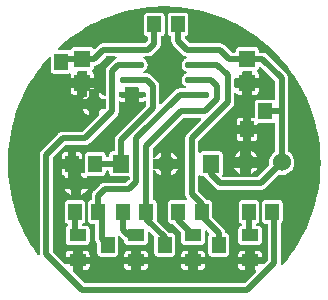
<source format=gtl>
G04 Layer: TopLayer*
G04 EasyEDA v6.5.34, 2023-08-30 20:05:19*
G04 d9d8768bc7e54bd19914c32b40fdea81,ed70181f279245e6aff80281ee7dc86a,10*
G04 Gerber Generator version 0.2*
G04 Scale: 100 percent, Rotated: No, Reflected: No *
G04 Dimensions in millimeters *
G04 leading zeros omitted , absolute positions ,4 integer and 5 decimal *
%FSLAX45Y45*%
%MOMM*%

%AMMACRO1*21,1,$1,$2,0,0,$3*%
%ADD10C,0.5000*%
%ADD11MACRO1,1.377X1.1325X90.0000*%
%ADD12O,2.0450048X0.58801*%
%ADD13MACRO1,1.35X1.41X0.0000*%
%ADD14R,1.3500X1.4100*%
%ADD15R,1.3970X1.0160*%
%ADD16R,1.4000X1.5000*%
%ADD17C,1.5240*%
%ADD18C,0.0172*%

%LPD*%
G36*
X5500878Y4881524D02*
G01*
X5497017Y4882286D01*
X5492546Y4885639D01*
X5490464Y4888687D01*
X5489600Y4892243D01*
X5490057Y4895900D01*
X5494629Y4904435D01*
X5496356Y4910175D01*
X5497017Y4916576D01*
X5497017Y5065572D01*
X5496356Y5072024D01*
X5494629Y5077764D01*
X5491835Y5082997D01*
X5488025Y5087620D01*
X5483402Y5091430D01*
X5478170Y5094224D01*
X5472430Y5095951D01*
X5465978Y5096611D01*
X5326989Y5096611D01*
X5320538Y5095951D01*
X5314848Y5094224D01*
X5309565Y5091430D01*
X5304536Y5087264D01*
X5301183Y5085435D01*
X5297424Y5084978D01*
X5293715Y5085943D01*
X5290667Y5088178D01*
X5288635Y5091379D01*
X5287924Y5095138D01*
X5287924Y5179822D01*
X5288686Y5183682D01*
X5290870Y5186984D01*
X5576316Y5472379D01*
X5579719Y5476138D01*
X5582666Y5479948D01*
X5585256Y5484063D01*
X5587492Y5488330D01*
X5589371Y5492800D01*
X5590794Y5497423D01*
X5591860Y5502148D01*
X5592470Y5506974D01*
X5592724Y5512003D01*
X5592724Y5583123D01*
X5593537Y5587136D01*
X5595924Y5590540D01*
X5599430Y5592673D01*
X5603544Y5593232D01*
X5607507Y5592165D01*
X5610707Y5589574D01*
X5613247Y5586476D01*
X5617870Y5582666D01*
X5623153Y5579872D01*
X5628843Y5578144D01*
X5635294Y5577484D01*
X5662218Y5577484D01*
X5662218Y5636920D01*
X5602884Y5636920D01*
X5598972Y5637682D01*
X5595670Y5639866D01*
X5593486Y5643168D01*
X5592724Y5647080D01*
X5592724Y5709920D01*
X5593486Y5713831D01*
X5595670Y5717133D01*
X5598972Y5719318D01*
X5602884Y5720080D01*
X5662218Y5720080D01*
X5662218Y5767324D01*
X5662980Y5771235D01*
X5665165Y5774537D01*
X5668467Y5776722D01*
X5672378Y5777484D01*
X5732221Y5777484D01*
X5736132Y5776722D01*
X5739434Y5774537D01*
X5741619Y5771235D01*
X5742381Y5767324D01*
X5742381Y5720080D01*
X5800293Y5720080D01*
X5800293Y5748477D01*
X5799683Y5754928D01*
X5797956Y5760669D01*
X5795111Y5765901D01*
X5788456Y5774131D01*
X5787491Y5778500D01*
X5788456Y5782868D01*
X5795111Y5791098D01*
X5797956Y5796330D01*
X5799683Y5802071D01*
X5800191Y5807252D01*
X5801258Y5810859D01*
X5803595Y5813856D01*
X5806897Y5815787D01*
X5810605Y5816396D01*
X5814314Y5815584D01*
X5817463Y5813399D01*
X5935929Y5694984D01*
X5938113Y5691682D01*
X5938875Y5687822D01*
X5938875Y5541060D01*
X5938062Y5536946D01*
X5935624Y5533593D01*
X5932068Y5531459D01*
X5927953Y5530900D01*
X5917285Y5534304D01*
X5910834Y5534964D01*
X5798566Y5534964D01*
X5792114Y5534304D01*
X5786424Y5532577D01*
X5781141Y5529783D01*
X5776518Y5525973D01*
X5772759Y5521350D01*
X5769914Y5516118D01*
X5768187Y5510377D01*
X5767578Y5503926D01*
X5767578Y5392724D01*
X5766816Y5388813D01*
X5764580Y5385511D01*
X5761278Y5383326D01*
X5757418Y5382564D01*
X5736945Y5382564D01*
X5736945Y5323992D01*
X5789422Y5323992D01*
X5789422Y5326075D01*
X5790234Y5329986D01*
X5792419Y5333288D01*
X5795721Y5335473D01*
X5799582Y5336235D01*
X5910834Y5336235D01*
X5917285Y5336895D01*
X5927953Y5340299D01*
X5932068Y5339740D01*
X5935624Y5337606D01*
X5938062Y5334254D01*
X5938875Y5330139D01*
X5938875Y5100167D01*
X5938367Y5096916D01*
X5936792Y5093970D01*
X5934354Y5091734D01*
X5929477Y5088432D01*
X5918962Y5079238D01*
X5909767Y5068722D01*
X5901994Y5057140D01*
X5895848Y5044643D01*
X5891326Y5031435D01*
X5888634Y5017719D01*
X5887720Y5003800D01*
X5888634Y4989880D01*
X5889802Y4984089D01*
X5889904Y4980736D01*
X5888939Y4977587D01*
X5887008Y4974894D01*
X5796584Y4884470D01*
X5793282Y4882286D01*
X5789422Y4881524D01*
G37*

%LPC*%
G36*
X5734050Y4907026D02*
G01*
X5742940Y4911394D01*
X5754522Y4919167D01*
X5765038Y4928362D01*
X5774232Y4938877D01*
X5782005Y4950460D01*
X5786374Y4959350D01*
X5734050Y4959350D01*
G37*
G36*
X5645150Y4907026D02*
G01*
X5645150Y4959350D01*
X5592826Y4959350D01*
X5597194Y4950460D01*
X5604967Y4938877D01*
X5614162Y4928362D01*
X5624677Y4919167D01*
X5636260Y4911394D01*
G37*
G36*
X5592826Y5048250D02*
G01*
X5645150Y5048250D01*
X5645150Y5100574D01*
X5636260Y5096205D01*
X5624677Y5088432D01*
X5614162Y5079238D01*
X5604967Y5068722D01*
X5597194Y5057140D01*
G37*
G36*
X5734050Y5048250D02*
G01*
X5786374Y5048250D01*
X5782005Y5057140D01*
X5774232Y5068722D01*
X5765038Y5079238D01*
X5754522Y5088432D01*
X5742940Y5096205D01*
X5734050Y5100574D01*
G37*
G36*
X5736945Y5183835D02*
G01*
X5758434Y5183835D01*
X5764885Y5184495D01*
X5770575Y5186222D01*
X5775858Y5189016D01*
X5780481Y5192826D01*
X5784240Y5197449D01*
X5787085Y5202682D01*
X5788812Y5208422D01*
X5789422Y5214823D01*
X5789422Y5242407D01*
X5736945Y5242407D01*
G37*
G36*
X5646166Y5183835D02*
G01*
X5667654Y5183835D01*
X5667654Y5242407D01*
X5615178Y5242407D01*
X5615178Y5214823D01*
X5615787Y5208422D01*
X5617514Y5202682D01*
X5620359Y5197449D01*
X5624118Y5192826D01*
X5628741Y5189016D01*
X5634024Y5186222D01*
X5639714Y5184495D01*
G37*
G36*
X5615178Y5323992D02*
G01*
X5667654Y5323992D01*
X5667654Y5382564D01*
X5646166Y5382564D01*
X5639714Y5381904D01*
X5634024Y5380177D01*
X5628741Y5377383D01*
X5624118Y5373573D01*
X5620359Y5368950D01*
X5617514Y5363718D01*
X5615787Y5357977D01*
X5615178Y5351526D01*
G37*
G36*
X5742381Y5577484D02*
G01*
X5769305Y5577484D01*
X5775756Y5578144D01*
X5781446Y5579872D01*
X5786729Y5582666D01*
X5791352Y5586476D01*
X5795111Y5591098D01*
X5797956Y5596331D01*
X5799683Y5602071D01*
X5800293Y5608472D01*
X5800293Y5636920D01*
X5742381Y5636920D01*
G37*

%LPD*%
G36*
X3933850Y4220718D02*
G01*
X3929837Y4221988D01*
X3926687Y4224782D01*
X3922674Y4230217D01*
X3893616Y4272534D01*
X3866235Y4316018D01*
X3840581Y4360468D01*
X3816654Y4405934D01*
X3794506Y4452264D01*
X3774186Y4499406D01*
X3755694Y4547311D01*
X3739083Y4595876D01*
X3724351Y4645101D01*
X3711549Y4694834D01*
X3700678Y4745024D01*
X3691788Y4795570D01*
X3684828Y4846472D01*
X3679850Y4897577D01*
X3676904Y4948834D01*
X3675887Y5000193D01*
X3676904Y5051552D01*
X3679901Y5102809D01*
X3684879Y5153914D01*
X3691839Y5204764D01*
X3700729Y5255361D01*
X3711651Y5305552D01*
X3724452Y5355285D01*
X3739184Y5404459D01*
X3755796Y5453024D01*
X3774338Y5500928D01*
X3794658Y5548071D01*
X3816807Y5594400D01*
X3840784Y5639866D01*
X3866438Y5684316D01*
X3893820Y5727750D01*
X3922877Y5770118D01*
X3953560Y5811266D01*
X3985818Y5851245D01*
X4019550Y5889955D01*
X4022801Y5893358D01*
X4026103Y5895695D01*
X4030014Y5896559D01*
X4033977Y5895848D01*
X4037329Y5893663D01*
X4039565Y5890361D01*
X4040378Y5886399D01*
X4040378Y5786323D01*
X4040987Y5779922D01*
X4042714Y5774182D01*
X4045559Y5768949D01*
X4049318Y5764326D01*
X4053941Y5760516D01*
X4059224Y5757722D01*
X4064914Y5755995D01*
X4071365Y5755335D01*
X4183634Y5755335D01*
X4190085Y5755995D01*
X4194200Y5757214D01*
X4197908Y5757621D01*
X4201566Y5756656D01*
X4204614Y5754420D01*
X4206595Y5751220D01*
X4207306Y5747512D01*
X4207306Y5720080D01*
X4265218Y5720080D01*
X4265218Y5767324D01*
X4265980Y5771235D01*
X4268165Y5774537D01*
X4271467Y5776722D01*
X4275378Y5777484D01*
X4335221Y5777484D01*
X4339132Y5776722D01*
X4342434Y5774537D01*
X4344619Y5771235D01*
X4345381Y5767324D01*
X4345381Y5720080D01*
X4403293Y5720080D01*
X4403293Y5748477D01*
X4402683Y5754928D01*
X4400956Y5760669D01*
X4398111Y5765901D01*
X4391456Y5774131D01*
X4390491Y5778500D01*
X4391456Y5782868D01*
X4398111Y5791098D01*
X4400956Y5796330D01*
X4402683Y5802071D01*
X4403293Y5808522D01*
X4403293Y5813501D01*
X4404004Y5817158D01*
X4405934Y5820359D01*
X4408881Y5822594D01*
X4412488Y5823610D01*
X4415078Y5823864D01*
X4419650Y5824880D01*
X4424273Y5826353D01*
X4428744Y5828182D01*
X4433062Y5830417D01*
X4437126Y5833059D01*
X4440986Y5836005D01*
X4444695Y5839409D01*
X4503115Y5897829D01*
X4506417Y5900013D01*
X4510278Y5900775D01*
X4586732Y5900775D01*
X4590643Y5900013D01*
X4593894Y5897829D01*
X4596130Y5894527D01*
X4596892Y5890615D01*
X4596130Y5886754D01*
X4593894Y5883452D01*
X4590643Y5881268D01*
X4586630Y5879592D01*
X4582363Y5877356D01*
X4578248Y5874766D01*
X4574438Y5871819D01*
X4570679Y5868416D01*
X4520184Y5817920D01*
X4516780Y5814161D01*
X4513834Y5810351D01*
X4511243Y5806236D01*
X4509008Y5801969D01*
X4507128Y5797499D01*
X4505706Y5792876D01*
X4504639Y5788152D01*
X4504029Y5783326D01*
X4503775Y5778296D01*
X4503775Y5577078D01*
X4502962Y5573064D01*
X4500676Y5569712D01*
X4497222Y5567578D01*
X4493209Y5566918D01*
X4489246Y5567934D01*
X4485995Y5570372D01*
X4482338Y5574538D01*
X4471822Y5583732D01*
X4460240Y5591505D01*
X4451350Y5595874D01*
X4451350Y5543550D01*
X4493615Y5543550D01*
X4497527Y5542788D01*
X4500829Y5540552D01*
X4503013Y5537301D01*
X4503775Y5533390D01*
X4503775Y5464810D01*
X4503013Y5460898D01*
X4500829Y5457647D01*
X4497527Y5455412D01*
X4493615Y5454650D01*
X4451350Y5454650D01*
X4451350Y5410352D01*
X4450588Y5406491D01*
X4448352Y5403189D01*
X4310684Y5265470D01*
X4307382Y5263286D01*
X4303522Y5262524D01*
X4140403Y5262524D01*
X4135374Y5262270D01*
X4130548Y5261660D01*
X4125823Y5260594D01*
X4121200Y5259171D01*
X4116730Y5257292D01*
X4112463Y5255056D01*
X4108348Y5252466D01*
X4104538Y5249519D01*
X4100779Y5246116D01*
X3961384Y5106720D01*
X3957980Y5102961D01*
X3955034Y5099151D01*
X3952443Y5095036D01*
X3950208Y5090769D01*
X3948328Y5086299D01*
X3946906Y5081676D01*
X3945839Y5076952D01*
X3945229Y5072126D01*
X3944975Y5067096D01*
X3944975Y4230827D01*
X3944112Y4226712D01*
X3941673Y4223308D01*
X3938015Y4221226D01*
G37*

%LPC*%
G36*
X4362450Y5402326D02*
G01*
X4362450Y5454650D01*
X4310126Y5454650D01*
X4314494Y5445760D01*
X4322267Y5434177D01*
X4331462Y5423662D01*
X4341977Y5414467D01*
X4353560Y5406694D01*
G37*
G36*
X4310126Y5543550D02*
G01*
X4362450Y5543550D01*
X4362450Y5610606D01*
X4363313Y5614720D01*
X4365752Y5618124D01*
X4369358Y5620258D01*
X4374692Y5621934D01*
X4389678Y5624931D01*
X4403293Y5625896D01*
X4403293Y5636920D01*
X4345381Y5636920D01*
X4345381Y5567324D01*
X4344619Y5563463D01*
X4342434Y5560161D01*
X4339132Y5557926D01*
X4335221Y5557164D01*
X4317644Y5557164D01*
X4314494Y5552440D01*
G37*
G36*
X4238294Y5577484D02*
G01*
X4265218Y5577484D01*
X4265218Y5636920D01*
X4207306Y5636920D01*
X4207306Y5608472D01*
X4207916Y5602071D01*
X4209643Y5596331D01*
X4212488Y5591098D01*
X4216247Y5586476D01*
X4220870Y5582666D01*
X4226153Y5579872D01*
X4231843Y5578144D01*
G37*

%LPD*%
G36*
X4332478Y3979824D02*
G01*
X4328617Y3980586D01*
X4325315Y3982770D01*
X4228947Y4079189D01*
X4226712Y4082491D01*
X4225950Y4086351D01*
X4225950Y4141419D01*
X4170883Y4141419D01*
X4166971Y4142232D01*
X4163669Y4144416D01*
X4058970Y4249115D01*
X4056786Y4252417D01*
X4056024Y4256278D01*
X4056024Y5040122D01*
X4056786Y5043982D01*
X4058970Y5047284D01*
X4160215Y5148529D01*
X4163517Y5150713D01*
X4167378Y5151475D01*
X4330496Y5151475D01*
X4335526Y5151729D01*
X4340352Y5152339D01*
X4345076Y5153406D01*
X4349699Y5154828D01*
X4354169Y5156708D01*
X4358436Y5158943D01*
X4362551Y5161534D01*
X4366361Y5164480D01*
X4370120Y5167884D01*
X4598416Y5396179D01*
X4601819Y5399938D01*
X4604766Y5403748D01*
X4607356Y5407863D01*
X4609592Y5412130D01*
X4611471Y5416600D01*
X4612894Y5421223D01*
X4613960Y5425948D01*
X4614570Y5430774D01*
X4614824Y5435803D01*
X4614824Y5511647D01*
X4615586Y5515559D01*
X4617821Y5518912D01*
X4621174Y5521096D01*
X4625136Y5521807D01*
X4629048Y5520944D01*
X4634280Y5518658D01*
X4643831Y5516219D01*
X4654143Y5515406D01*
X4669078Y5515406D01*
X4669078Y5554268D01*
X4624984Y5554268D01*
X4621072Y5555030D01*
X4617770Y5557215D01*
X4615586Y5560517D01*
X4614824Y5564428D01*
X4614824Y5586171D01*
X4615586Y5590082D01*
X4617770Y5593384D01*
X4621072Y5595569D01*
X4624984Y5596331D01*
X4669078Y5596331D01*
X4669078Y5632246D01*
X4669840Y5636107D01*
X4672025Y5639409D01*
X4675327Y5641594D01*
X4679238Y5642406D01*
X4773879Y5642406D01*
X4777740Y5641594D01*
X4781042Y5639409D01*
X4783226Y5636107D01*
X4784039Y5632246D01*
X4784039Y5596331D01*
X4836515Y5596331D01*
X4840427Y5595569D01*
X4843729Y5593384D01*
X4845913Y5590082D01*
X4846675Y5586171D01*
X4846675Y5564428D01*
X4845913Y5560517D01*
X4843729Y5557215D01*
X4840427Y5555030D01*
X4836515Y5554268D01*
X4784039Y5554268D01*
X4784039Y5515406D01*
X4798974Y5515406D01*
X4809236Y5516219D01*
X4818837Y5518658D01*
X4827879Y5522620D01*
X4830978Y5524652D01*
X4835042Y5526176D01*
X4839360Y5525922D01*
X4843170Y5523839D01*
X4845761Y5520385D01*
X4846675Y5516168D01*
X4846675Y5488178D01*
X4845913Y5484317D01*
X4843729Y5481015D01*
X4597400Y5234736D01*
X4593996Y5230977D01*
X4591050Y5227167D01*
X4588459Y5223052D01*
X4586224Y5218785D01*
X4584344Y5214315D01*
X4582922Y5209692D01*
X4581855Y5204968D01*
X4581245Y5200142D01*
X4580991Y5195112D01*
X4580991Y5106771D01*
X4580229Y5102860D01*
X4578045Y5099558D01*
X4574743Y5097373D01*
X4570831Y5096611D01*
X4567021Y5096611D01*
X4560570Y5095951D01*
X4554829Y5094224D01*
X4549597Y5091430D01*
X4544974Y5087620D01*
X4541164Y5082997D01*
X4538370Y5077764D01*
X4536643Y5072024D01*
X4535982Y5065572D01*
X4535982Y5056784D01*
X4535220Y5052872D01*
X4533036Y5049570D01*
X4529734Y5047386D01*
X4525822Y5046624D01*
X4515307Y5046624D01*
X4511395Y5047386D01*
X4508093Y5049570D01*
X4505909Y5052872D01*
X4505147Y5056784D01*
X4505147Y5059426D01*
X4504486Y5065877D01*
X4502759Y5071618D01*
X4499965Y5076850D01*
X4496155Y5081473D01*
X4491532Y5085283D01*
X4486300Y5088077D01*
X4480560Y5089804D01*
X4474108Y5090464D01*
X4361891Y5090464D01*
X4355439Y5089804D01*
X4349699Y5088077D01*
X4344466Y5085283D01*
X4339844Y5081473D01*
X4336034Y5076850D01*
X4333240Y5071618D01*
X4331512Y5065877D01*
X4330852Y5059426D01*
X4330852Y4922266D01*
X4329938Y4918049D01*
X4327398Y4914595D01*
X4323638Y4912512D01*
X4319371Y4912156D01*
X4315307Y4913630D01*
X4309922Y4917033D01*
X4307332Y4919268D01*
X4305706Y4922266D01*
X4305147Y4925618D01*
X4305147Y4950307D01*
X4279341Y4950307D01*
X4288028Y4948529D01*
X4292041Y4947158D01*
X4295648Y4945024D01*
X4298086Y4941620D01*
X4298950Y4937506D01*
X4298950Y4870450D01*
X4351274Y4870450D01*
X4347768Y4877511D01*
X4346752Y4881676D01*
X4347514Y4885893D01*
X4349953Y4889449D01*
X4353610Y4891633D01*
X4357878Y4892141D01*
X4361891Y4891735D01*
X4474108Y4891735D01*
X4480560Y4892395D01*
X4486300Y4894122D01*
X4491532Y4896916D01*
X4496155Y4900726D01*
X4499965Y4905349D01*
X4502759Y4910582D01*
X4504486Y4916322D01*
X4505147Y4922723D01*
X4505147Y4925415D01*
X4505909Y4929327D01*
X4508093Y4932629D01*
X4511395Y4934813D01*
X4515307Y4935575D01*
X4525822Y4935575D01*
X4529734Y4934813D01*
X4533036Y4932629D01*
X4535220Y4929327D01*
X4535982Y4925415D01*
X4535982Y4916576D01*
X4536643Y4910175D01*
X4538370Y4904435D01*
X4541164Y4899152D01*
X4544974Y4894580D01*
X4549597Y4890770D01*
X4554829Y4887976D01*
X4560570Y4886198D01*
X4567021Y4885588D01*
X4696815Y4885588D01*
X4700727Y4884826D01*
X4704029Y4882591D01*
X4706213Y4879340D01*
X4706975Y4875428D01*
X4706975Y4865878D01*
X4706213Y4862017D01*
X4704029Y4858715D01*
X4678984Y4833670D01*
X4675682Y4831486D01*
X4671822Y4830724D01*
X4496003Y4830724D01*
X4490974Y4830470D01*
X4486148Y4829860D01*
X4481423Y4828794D01*
X4476800Y4827371D01*
X4472330Y4825492D01*
X4468063Y4823256D01*
X4463948Y4820666D01*
X4460138Y4817719D01*
X4456379Y4814316D01*
X4404360Y4762296D01*
X4400956Y4758537D01*
X4398010Y4754727D01*
X4395419Y4750612D01*
X4393184Y4746345D01*
X4391304Y4741875D01*
X4389882Y4737252D01*
X4388815Y4732528D01*
X4388205Y4727702D01*
X4387951Y4722672D01*
X4387951Y4693107D01*
X4387088Y4688941D01*
X4384497Y4685487D01*
X4380738Y4683404D01*
X4375099Y4681677D01*
X4369866Y4678883D01*
X4365244Y4675073D01*
X4361434Y4670450D01*
X4358640Y4665218D01*
X4356912Y4659477D01*
X4356252Y4653026D01*
X4356252Y4516323D01*
X4356912Y4509922D01*
X4358640Y4504182D01*
X4361434Y4498949D01*
X4365244Y4494326D01*
X4369866Y4490516D01*
X4375099Y4487722D01*
X4380839Y4485995D01*
X4387291Y4485335D01*
X4404715Y4485335D01*
X4408627Y4484573D01*
X4411929Y4482388D01*
X4414113Y4479086D01*
X4414875Y4475175D01*
X4414875Y4356303D01*
X4415129Y4351274D01*
X4415739Y4346448D01*
X4416806Y4341723D01*
X4418228Y4337100D01*
X4420108Y4332630D01*
X4422343Y4328363D01*
X4424934Y4324248D01*
X4427880Y4320438D01*
X4431385Y4316577D01*
X4433366Y4313428D01*
X4434078Y4309719D01*
X4434078Y4236923D01*
X4434687Y4230522D01*
X4436414Y4224782D01*
X4439259Y4219549D01*
X4443018Y4214926D01*
X4447641Y4211116D01*
X4452924Y4208322D01*
X4458614Y4206595D01*
X4465066Y4205935D01*
X4577334Y4205935D01*
X4583785Y4206595D01*
X4589475Y4208322D01*
X4594758Y4211116D01*
X4599381Y4214926D01*
X4603140Y4219549D01*
X4605985Y4224782D01*
X4607712Y4230522D01*
X4608322Y4236923D01*
X4608322Y4369155D01*
X4609134Y4373016D01*
X4611319Y4376318D01*
X4614621Y4378502D01*
X4618482Y4379315D01*
X4622393Y4378502D01*
X4625695Y4376318D01*
X4654499Y4347464D01*
X4658817Y4343603D01*
X4661103Y4340606D01*
X4662119Y4336999D01*
X4662830Y4329785D01*
X4664557Y4324096D01*
X4667351Y4318812D01*
X4671161Y4314240D01*
X4675733Y4310430D01*
X4681016Y4307636D01*
X4686757Y4305858D01*
X4693158Y4305249D01*
X4831892Y4305249D01*
X4838293Y4305858D01*
X4844034Y4307636D01*
X4849317Y4310430D01*
X4853889Y4314240D01*
X4857699Y4318812D01*
X4860493Y4324096D01*
X4862271Y4329836D01*
X4862880Y4336237D01*
X4862880Y4406696D01*
X4863642Y4410557D01*
X4865878Y4413859D01*
X4869180Y4416094D01*
X4873040Y4416856D01*
X4876952Y4416094D01*
X4880203Y4413859D01*
X4913680Y4380382D01*
X4915916Y4377131D01*
X4916678Y4373219D01*
X4916678Y4236923D01*
X4917287Y4230522D01*
X4919014Y4224782D01*
X4921859Y4219549D01*
X4925618Y4214926D01*
X4930241Y4211116D01*
X4935524Y4208322D01*
X4941214Y4206595D01*
X4947666Y4205935D01*
X5059934Y4205935D01*
X5066385Y4206595D01*
X5072075Y4208322D01*
X5077358Y4211116D01*
X5081981Y4214926D01*
X5085740Y4219549D01*
X5088585Y4224782D01*
X5090312Y4230522D01*
X5090922Y4236923D01*
X5090922Y4373626D01*
X5090312Y4380077D01*
X5088585Y4385818D01*
X5085740Y4391050D01*
X5081981Y4395673D01*
X5077358Y4399483D01*
X5072075Y4402277D01*
X5066385Y4404004D01*
X5059934Y4404664D01*
X5050586Y4404664D01*
X5046268Y4405630D01*
X5042712Y4408373D01*
X4939893Y4511192D01*
X4937709Y4514494D01*
X4936947Y4518355D01*
X4936947Y4653026D01*
X4936286Y4659477D01*
X4934559Y4665218D01*
X4931765Y4670450D01*
X4927955Y4675073D01*
X4923332Y4678883D01*
X4918100Y4681677D01*
X4912614Y4683353D01*
X4908854Y4685436D01*
X4906314Y4688890D01*
X4905400Y4693056D01*
X4905400Y4932273D01*
X4906314Y4936490D01*
X4908854Y4939944D01*
X4912614Y4942027D01*
X4916881Y4942382D01*
X4920894Y4940909D01*
X4923993Y4937912D01*
X4931867Y4926177D01*
X4941062Y4915662D01*
X4951577Y4906467D01*
X4963160Y4898694D01*
X4972050Y4894326D01*
X4972050Y4946650D01*
X4915560Y4946650D01*
X4911648Y4947412D01*
X4908346Y4949647D01*
X4906162Y4952898D01*
X4905400Y4956810D01*
X4905400Y5025390D01*
X4906162Y5029301D01*
X4908346Y5032552D01*
X4911648Y5034788D01*
X4915560Y5035550D01*
X4972050Y5035550D01*
X4972050Y5087874D01*
X4963160Y5083505D01*
X4951577Y5075732D01*
X4941062Y5066538D01*
X4931867Y5056022D01*
X4923993Y5044287D01*
X4920894Y5041290D01*
X4916881Y5039817D01*
X4912614Y5040172D01*
X4908854Y5042255D01*
X4906314Y5045710D01*
X4905400Y5049926D01*
X4905400Y5116220D01*
X4906162Y5120081D01*
X4908397Y5123383D01*
X5163413Y5377129D01*
X5166715Y5379313D01*
X5170576Y5380075D01*
X5302453Y5380075D01*
X5306364Y5379313D01*
X5309666Y5377129D01*
X5311851Y5373827D01*
X5312613Y5369915D01*
X5311851Y5366054D01*
X5309666Y5362752D01*
X5193284Y5246420D01*
X5189880Y5242661D01*
X5186934Y5238851D01*
X5184343Y5234736D01*
X5182108Y5230469D01*
X5180228Y5225999D01*
X5178806Y5221376D01*
X5177739Y5216652D01*
X5177129Y5211826D01*
X5176875Y5206796D01*
X5176875Y4737303D01*
X5177129Y4732274D01*
X5177739Y4727448D01*
X5178806Y4722723D01*
X5180228Y4718100D01*
X5182108Y4713630D01*
X5184343Y4709363D01*
X5186883Y4705350D01*
X5191252Y4699863D01*
X5193080Y4696358D01*
X5193436Y4692446D01*
X5192268Y4688687D01*
X5189778Y4685639D01*
X5186273Y4683810D01*
X5182362Y4683404D01*
X5175808Y4684064D01*
X5063591Y4684064D01*
X5057140Y4683404D01*
X5051399Y4681677D01*
X5046167Y4678883D01*
X5041544Y4675073D01*
X5037734Y4670450D01*
X5034940Y4665218D01*
X5033213Y4659477D01*
X5032552Y4653026D01*
X5032552Y4516323D01*
X5033213Y4509922D01*
X5034940Y4504182D01*
X5037734Y4498949D01*
X5041544Y4494326D01*
X5046167Y4490516D01*
X5051399Y4487722D01*
X5057140Y4485995D01*
X5065420Y4485335D01*
X5068519Y4484827D01*
X5071364Y4483404D01*
X5073599Y4481220D01*
X5077256Y4476242D01*
X5080609Y4472584D01*
X5141772Y4411370D01*
X5144008Y4408068D01*
X5144770Y4404207D01*
X5144770Y4336237D01*
X5145379Y4329836D01*
X5147157Y4324096D01*
X5149951Y4318812D01*
X5153761Y4314240D01*
X5158333Y4310430D01*
X5163616Y4307636D01*
X5169357Y4305858D01*
X5175758Y4305249D01*
X5314492Y4305249D01*
X5320893Y4305858D01*
X5326634Y4307636D01*
X5331917Y4310430D01*
X5336489Y4314240D01*
X5340299Y4318812D01*
X5343093Y4324096D01*
X5344871Y4329836D01*
X5345480Y4336237D01*
X5345480Y4419396D01*
X5346242Y4423257D01*
X5348478Y4426559D01*
X5351780Y4428794D01*
X5355640Y4429556D01*
X5359552Y4428794D01*
X5362803Y4426559D01*
X5381244Y4408170D01*
X5383326Y4405122D01*
X5384190Y4401464D01*
X5383682Y4397806D01*
X5381904Y4394555D01*
X5379059Y4391050D01*
X5376214Y4385818D01*
X5374487Y4380077D01*
X5373878Y4373626D01*
X5373878Y4236923D01*
X5374487Y4230522D01*
X5376214Y4224782D01*
X5379059Y4219549D01*
X5382818Y4214926D01*
X5387441Y4211116D01*
X5392724Y4208322D01*
X5398414Y4206595D01*
X5404866Y4205935D01*
X5517134Y4205935D01*
X5523585Y4206595D01*
X5529275Y4208322D01*
X5534558Y4211116D01*
X5539181Y4214926D01*
X5542940Y4219549D01*
X5545785Y4224782D01*
X5547512Y4230522D01*
X5548122Y4236923D01*
X5548122Y4373626D01*
X5547512Y4380077D01*
X5545785Y4385818D01*
X5542940Y4391050D01*
X5539181Y4395673D01*
X5534558Y4399483D01*
X5529275Y4402277D01*
X5523230Y4404106D01*
X5519826Y4405934D01*
X5517286Y4408932D01*
X5516118Y4412640D01*
X5515660Y4416602D01*
X5514594Y4421276D01*
X5513171Y4425899D01*
X5511292Y4430369D01*
X5509056Y4434636D01*
X5506466Y4438751D01*
X5503519Y4442561D01*
X5500116Y4446320D01*
X5409793Y4536592D01*
X5407609Y4539894D01*
X5406847Y4543755D01*
X5406847Y4653026D01*
X5406186Y4659477D01*
X5404459Y4665218D01*
X5401665Y4670450D01*
X5397855Y4675073D01*
X5393232Y4678883D01*
X5388000Y4681677D01*
X5382260Y4683404D01*
X5375808Y4684064D01*
X5367832Y4684064D01*
X5363565Y4685030D01*
X5360060Y4687671D01*
X5358688Y4689297D01*
X5290870Y4757115D01*
X5288686Y4760417D01*
X5287924Y4764278D01*
X5287924Y4887061D01*
X5288635Y4890820D01*
X5290667Y4894021D01*
X5293715Y4896256D01*
X5297424Y4897221D01*
X5301183Y4896764D01*
X5304536Y4894935D01*
X5309565Y4890770D01*
X5314848Y4887976D01*
X5320538Y4886198D01*
X5326989Y4885588D01*
X5336997Y4885588D01*
X5340604Y4884928D01*
X5343753Y4882997D01*
X5345988Y4880102D01*
X5348427Y4875479D01*
X5351018Y4871364D01*
X5353964Y4867554D01*
X5357368Y4863795D01*
X5434279Y4786884D01*
X5438038Y4783480D01*
X5441848Y4780534D01*
X5445963Y4777943D01*
X5450230Y4775708D01*
X5454700Y4773828D01*
X5459323Y4772406D01*
X5464048Y4771339D01*
X5468874Y4770729D01*
X5473903Y4770475D01*
X5816396Y4770475D01*
X5821426Y4770729D01*
X5826252Y4771339D01*
X5830976Y4772406D01*
X5835599Y4773828D01*
X5840069Y4775708D01*
X5844336Y4777943D01*
X5848451Y4780534D01*
X5852261Y4783480D01*
X5856020Y4786884D01*
X5965494Y4896408D01*
X5968187Y4898339D01*
X5971336Y4899304D01*
X5974689Y4899202D01*
X5980480Y4898034D01*
X5994400Y4897120D01*
X6008319Y4898034D01*
X6022035Y4900726D01*
X6035243Y4905248D01*
X6047740Y4911394D01*
X6059322Y4919167D01*
X6069838Y4928362D01*
X6079032Y4938877D01*
X6086805Y4950460D01*
X6092952Y4962956D01*
X6097473Y4976164D01*
X6100165Y4989880D01*
X6101080Y5003800D01*
X6100165Y5017719D01*
X6097473Y5031435D01*
X6092952Y5044643D01*
X6086805Y5057140D01*
X6079032Y5068722D01*
X6069838Y5079238D01*
X6059322Y5088432D01*
X6054445Y5091734D01*
X6052007Y5093970D01*
X6050432Y5096916D01*
X6049924Y5100167D01*
X6049924Y5714796D01*
X6049670Y5719826D01*
X6049060Y5724652D01*
X6047994Y5729376D01*
X6046571Y5733999D01*
X6044692Y5738469D01*
X6042456Y5742736D01*
X6039866Y5746851D01*
X6036919Y5750661D01*
X6033516Y5754420D01*
X5870295Y5917590D01*
X5866587Y5920994D01*
X5862726Y5923940D01*
X5858662Y5926582D01*
X5854344Y5928817D01*
X5849874Y5930646D01*
X5845251Y5932119D01*
X5840526Y5933135D01*
X5835751Y5933795D01*
X5830671Y5933998D01*
X5810453Y5933998D01*
X5806592Y5934760D01*
X5803290Y5936996D01*
X5801106Y5940298D01*
X5800293Y5944158D01*
X5800293Y5948527D01*
X5799683Y5954928D01*
X5797956Y5960668D01*
X5795111Y5965901D01*
X5791352Y5970524D01*
X5786729Y5974334D01*
X5781446Y5977128D01*
X5775756Y5978855D01*
X5769305Y5979515D01*
X5635294Y5979515D01*
X5628843Y5978855D01*
X5623153Y5977128D01*
X5617870Y5974334D01*
X5613247Y5970524D01*
X5609488Y5965901D01*
X5606643Y5960668D01*
X5604916Y5954928D01*
X5604306Y5948527D01*
X5604306Y5944158D01*
X5603494Y5940298D01*
X5601309Y5936996D01*
X5598007Y5934760D01*
X5594146Y5933998D01*
X5578703Y5933998D01*
X5574792Y5934760D01*
X5571540Y5936996D01*
X5513120Y5995416D01*
X5509361Y5998819D01*
X5505551Y6001766D01*
X5501436Y6004356D01*
X5497169Y6006592D01*
X5492699Y6008471D01*
X5488076Y6009894D01*
X5483352Y6010960D01*
X5478526Y6011570D01*
X5473496Y6011824D01*
X5378043Y6011824D01*
X5363768Y6015380D01*
X5353456Y6016193D01*
X5217109Y6016193D01*
X5213197Y6017006D01*
X5209895Y6019190D01*
X5174996Y6054140D01*
X5172760Y6057392D01*
X5171998Y6061303D01*
X5171998Y6063792D01*
X5172913Y6068009D01*
X5175453Y6071412D01*
X5179212Y6073495D01*
X5184800Y6075222D01*
X5190032Y6078016D01*
X5194655Y6081826D01*
X5198465Y6086449D01*
X5201259Y6091682D01*
X5202986Y6097422D01*
X5203647Y6103823D01*
X5203647Y6240526D01*
X5202986Y6246977D01*
X5201259Y6252718D01*
X5198465Y6257950D01*
X5194655Y6262573D01*
X5190032Y6266383D01*
X5184800Y6269177D01*
X5179060Y6270904D01*
X5172608Y6271564D01*
X5060391Y6271564D01*
X5053939Y6270904D01*
X5048199Y6269177D01*
X5042966Y6266383D01*
X5038344Y6262573D01*
X5034534Y6257950D01*
X5031740Y6252718D01*
X5030012Y6246977D01*
X5029352Y6240526D01*
X5029352Y6103823D01*
X5030012Y6097422D01*
X5031740Y6091682D01*
X5034534Y6086449D01*
X5038344Y6081826D01*
X5042966Y6078016D01*
X5048199Y6075222D01*
X5053787Y6073546D01*
X5057546Y6071463D01*
X5060086Y6068009D01*
X5061000Y6063792D01*
X5061000Y6034328D01*
X5061204Y6029248D01*
X5061864Y6024473D01*
X5062880Y6019749D01*
X5064353Y6015126D01*
X5066182Y6010656D01*
X5068417Y6006338D01*
X5071059Y6002274D01*
X5074005Y5998413D01*
X5077409Y5994704D01*
X5154879Y5917184D01*
X5158638Y5913780D01*
X5162448Y5910834D01*
X5166563Y5908243D01*
X5170830Y5906008D01*
X5175199Y5904179D01*
X5181498Y5902401D01*
X5185156Y5900470D01*
X5187746Y5897270D01*
X5188864Y5893308D01*
X5188305Y5889244D01*
X5186172Y5885688D01*
X5182819Y5883300D01*
X5179720Y5881979D01*
X5171440Y5876544D01*
X5164175Y5869838D01*
X5158079Y5862066D01*
X5153355Y5853328D01*
X5150154Y5843981D01*
X5148529Y5834227D01*
X5148529Y5824372D01*
X5150154Y5814618D01*
X5153355Y5805271D01*
X5158079Y5796534D01*
X5164175Y5788761D01*
X5171440Y5782056D01*
X5179720Y5776620D01*
X5183225Y5775096D01*
X5186426Y5772861D01*
X5188559Y5769610D01*
X5189270Y5765800D01*
X5188559Y5761990D01*
X5186426Y5758738D01*
X5183225Y5756503D01*
X5179720Y5754979D01*
X5171440Y5749544D01*
X5164175Y5742838D01*
X5158079Y5735066D01*
X5153355Y5726328D01*
X5150154Y5716981D01*
X5148529Y5707227D01*
X5148529Y5697372D01*
X5150154Y5687618D01*
X5153355Y5678271D01*
X5158079Y5669534D01*
X5164175Y5661761D01*
X5171440Y5655056D01*
X5179974Y5649468D01*
X5182971Y5646420D01*
X5184495Y5642356D01*
X5184140Y5638088D01*
X5182057Y5634278D01*
X5178602Y5631738D01*
X5174386Y5630824D01*
X5131003Y5630824D01*
X5125974Y5630570D01*
X5121148Y5629960D01*
X5116423Y5628894D01*
X5111800Y5627471D01*
X5107330Y5625592D01*
X5103063Y5623356D01*
X5098948Y5620766D01*
X5095138Y5617819D01*
X5091379Y5614416D01*
X4975047Y5498033D01*
X4971745Y5495848D01*
X4967884Y5495086D01*
X4963972Y5495848D01*
X4960670Y5498033D01*
X4958486Y5501335D01*
X4957724Y5505246D01*
X4957724Y5651296D01*
X4957470Y5656326D01*
X4956860Y5661152D01*
X4955794Y5665876D01*
X4954371Y5670499D01*
X4952492Y5674969D01*
X4950256Y5679236D01*
X4947666Y5683351D01*
X4944719Y5687161D01*
X4941316Y5690920D01*
X4890820Y5741416D01*
X4887061Y5744819D01*
X4883251Y5747766D01*
X4879136Y5750356D01*
X4874869Y5752592D01*
X4870399Y5754471D01*
X4865776Y5755894D01*
X4861052Y5756960D01*
X4856226Y5757570D01*
X4851196Y5757824D01*
X4833213Y5757824D01*
X4828997Y5758738D01*
X4825542Y5761278D01*
X4823460Y5765088D01*
X4823104Y5769356D01*
X4824628Y5773420D01*
X4827625Y5776468D01*
X4836160Y5782056D01*
X4843424Y5788761D01*
X4849520Y5796534D01*
X4854244Y5805271D01*
X4857445Y5814618D01*
X4859070Y5824372D01*
X4859070Y5834227D01*
X4857445Y5843981D01*
X4854244Y5853328D01*
X4849520Y5862066D01*
X4843424Y5869838D01*
X4836160Y5876544D01*
X4827625Y5882132D01*
X4824628Y5885180D01*
X4823104Y5889244D01*
X4823460Y5893511D01*
X4825542Y5897321D01*
X4828997Y5899861D01*
X4833213Y5900775D01*
X4863896Y5900775D01*
X4868926Y5901029D01*
X4873752Y5901639D01*
X4878476Y5902706D01*
X4883099Y5904128D01*
X4887569Y5906008D01*
X4891836Y5908243D01*
X4895951Y5910834D01*
X4899761Y5913780D01*
X4903520Y5917184D01*
X4955540Y5969203D01*
X4958943Y5972962D01*
X4961890Y5976772D01*
X4964480Y5980887D01*
X4966716Y5985154D01*
X4968595Y5989624D01*
X4970018Y5994247D01*
X4971084Y5998972D01*
X4971694Y6003798D01*
X4971948Y6008827D01*
X4971948Y6063792D01*
X4972862Y6067958D01*
X4975402Y6071412D01*
X4979162Y6073495D01*
X4984800Y6075222D01*
X4990033Y6078016D01*
X4994656Y6081826D01*
X4998466Y6086449D01*
X5001260Y6091682D01*
X5002987Y6097422D01*
X5003647Y6103823D01*
X5003647Y6240526D01*
X5002987Y6246977D01*
X5001260Y6252718D01*
X4998466Y6257950D01*
X4994656Y6262573D01*
X4990033Y6266383D01*
X4984800Y6269177D01*
X4979060Y6270904D01*
X4972608Y6271564D01*
X4860391Y6271564D01*
X4853940Y6270904D01*
X4848199Y6269177D01*
X4842967Y6266383D01*
X4838344Y6262573D01*
X4834534Y6257950D01*
X4831740Y6252718D01*
X4830013Y6246977D01*
X4829352Y6240526D01*
X4829352Y6103823D01*
X4830013Y6097422D01*
X4831740Y6091682D01*
X4834534Y6086449D01*
X4838344Y6081826D01*
X4842967Y6078016D01*
X4848199Y6075222D01*
X4853686Y6073546D01*
X4857445Y6071463D01*
X4860036Y6068009D01*
X4860899Y6063843D01*
X4860899Y6035802D01*
X4860137Y6031941D01*
X4857953Y6028639D01*
X4844084Y6014770D01*
X4840782Y6012586D01*
X4836922Y6011824D01*
X4823510Y6011824D01*
X4809236Y6015380D01*
X4798974Y6016193D01*
X4654143Y6016193D01*
X4643831Y6015380D01*
X4633671Y6012688D01*
X4629556Y6011824D01*
X4483303Y6011824D01*
X4478274Y6011570D01*
X4473448Y6010960D01*
X4468723Y6009894D01*
X4464100Y6008471D01*
X4459630Y6006592D01*
X4455363Y6004356D01*
X4451248Y6001766D01*
X4447438Y5998819D01*
X4443679Y5995416D01*
X4413300Y5964986D01*
X4409795Y5962700D01*
X4405630Y5962040D01*
X4401566Y5963107D01*
X4398264Y5965748D01*
X4394352Y5970524D01*
X4389729Y5974334D01*
X4384446Y5977128D01*
X4378756Y5978855D01*
X4372305Y5979515D01*
X4238294Y5979515D01*
X4231843Y5978855D01*
X4226153Y5977128D01*
X4220870Y5974334D01*
X4216247Y5970524D01*
X4212488Y5965901D01*
X4209643Y5960668D01*
X4208932Y5958332D01*
X4207103Y5954826D01*
X4204004Y5952286D01*
X4200245Y5951169D01*
X4196283Y5951524D01*
X4190085Y5953404D01*
X4183634Y5954064D01*
X4107687Y5954064D01*
X4103725Y5954877D01*
X4100372Y5957163D01*
X4098188Y5960567D01*
X4097528Y5964529D01*
X4098442Y5968492D01*
X4100880Y5971743D01*
X4129532Y5997752D01*
X4168851Y6030722D01*
X4209440Y6062218D01*
X4251248Y6092037D01*
X4294124Y6120282D01*
X4338116Y6146800D01*
X4383074Y6171590D01*
X4428947Y6194653D01*
X4475734Y6215888D01*
X4523282Y6235293D01*
X4571542Y6252819D01*
X4620412Y6268516D01*
X4669891Y6282283D01*
X4719878Y6294120D01*
X4770272Y6304026D01*
X4820970Y6311950D01*
X4872024Y6317894D01*
X4923180Y6321856D01*
X4974488Y6323838D01*
X5025847Y6323838D01*
X5077155Y6321856D01*
X5128361Y6317843D01*
X5179364Y6311900D01*
X5230114Y6303924D01*
X5280507Y6294018D01*
X5330444Y6282182D01*
X5379923Y6268415D01*
X5428843Y6252718D01*
X5477103Y6235141D01*
X5524601Y6215735D01*
X5571388Y6194450D01*
X5617260Y6171387D01*
X5662218Y6146596D01*
X5706160Y6120028D01*
X5749086Y6091834D01*
X5790844Y6061964D01*
X5831433Y6030518D01*
X5870752Y5997498D01*
X5908802Y5962954D01*
X5945428Y5926988D01*
X5980684Y5889650D01*
X6014415Y5850940D01*
X6046673Y5810961D01*
X6077305Y5769762D01*
X6106363Y5727446D01*
X6133744Y5683961D01*
X6159398Y5639511D01*
X6183325Y5594045D01*
X6205474Y5547715D01*
X6225794Y5500573D01*
X6244285Y5452668D01*
X6260896Y5404104D01*
X6275628Y5354878D01*
X6288430Y5305145D01*
X6299301Y5254955D01*
X6308191Y5204409D01*
X6315151Y5153507D01*
X6320129Y5102402D01*
X6323076Y5051145D01*
X6324092Y4999786D01*
X6323076Y4948428D01*
X6320078Y4897170D01*
X6315100Y4846066D01*
X6308140Y4795215D01*
X6299250Y4744618D01*
X6288328Y4694428D01*
X6275527Y4644694D01*
X6260795Y4595520D01*
X6244183Y4546955D01*
X6225641Y4499051D01*
X6205321Y4451908D01*
X6183172Y4405579D01*
X6159195Y4360113D01*
X6133541Y4315663D01*
X6106160Y4272229D01*
X6077102Y4229862D01*
X6046419Y4188714D01*
X6014161Y4148734D01*
X6003442Y4136440D01*
X5999988Y4133850D01*
X5995822Y4132935D01*
X5991606Y4133850D01*
X5988151Y4136390D01*
X5986068Y4140149D01*
X5985713Y4144416D01*
X5986170Y4148074D01*
X5986424Y4153103D01*
X5986424Y4482642D01*
X5987389Y4487011D01*
X5990132Y4490516D01*
X5994755Y4494326D01*
X5998565Y4498949D01*
X6001359Y4504182D01*
X6003086Y4509922D01*
X6003747Y4516323D01*
X6003747Y4653026D01*
X6003086Y4659477D01*
X6001359Y4665218D01*
X5998565Y4670450D01*
X5994755Y4675073D01*
X5990132Y4678883D01*
X5984900Y4681677D01*
X5979160Y4683404D01*
X5972708Y4684064D01*
X5860491Y4684064D01*
X5854039Y4683404D01*
X5848299Y4681677D01*
X5843066Y4678883D01*
X5838444Y4675073D01*
X5834634Y4670450D01*
X5831840Y4665218D01*
X5830112Y4659477D01*
X5829452Y4653026D01*
X5829452Y4516323D01*
X5830112Y4509922D01*
X5831840Y4504182D01*
X5834634Y4498949D01*
X5838444Y4494326D01*
X5843066Y4490516D01*
X5848299Y4487722D01*
X5854039Y4485995D01*
X5860491Y4485335D01*
X5865215Y4485335D01*
X5869127Y4484573D01*
X5872429Y4482388D01*
X5874613Y4479086D01*
X5875375Y4475175D01*
X5875375Y4180078D01*
X5874613Y4176217D01*
X5872429Y4172915D01*
X5843930Y4144416D01*
X5840628Y4142232D01*
X5836716Y4141419D01*
X5769000Y4141419D01*
X5769000Y4091635D01*
X5772912Y4089857D01*
X5775756Y4086606D01*
X5776976Y4082440D01*
X5776366Y4078173D01*
X5774029Y4074566D01*
X5682284Y3982770D01*
X5678982Y3980586D01*
X5675122Y3979824D01*
G37*

%LPC*%
G36*
X4693158Y4091889D02*
G01*
X4721250Y4091889D01*
X4721250Y4141419D01*
X4662170Y4141419D01*
X4662170Y4122877D01*
X4662779Y4116476D01*
X4664557Y4110736D01*
X4667351Y4105452D01*
X4671161Y4100880D01*
X4675733Y4097070D01*
X4681016Y4094276D01*
X4686757Y4092498D01*
G37*
G36*
X5286400Y4091889D02*
G01*
X5314492Y4091889D01*
X5320893Y4092498D01*
X5326634Y4094276D01*
X5331917Y4097070D01*
X5336489Y4100880D01*
X5340299Y4105452D01*
X5343093Y4110736D01*
X5344871Y4116476D01*
X5345480Y4122877D01*
X5345480Y4141419D01*
X5286400Y4141419D01*
G37*
G36*
X4803800Y4091889D02*
G01*
X4831892Y4091889D01*
X4838293Y4092498D01*
X4844034Y4094276D01*
X4849317Y4097070D01*
X4853889Y4100880D01*
X4857699Y4105452D01*
X4860493Y4110736D01*
X4862271Y4116476D01*
X4862880Y4122877D01*
X4862880Y4141419D01*
X4803800Y4141419D01*
G37*
G36*
X5175758Y4091889D02*
G01*
X5203850Y4091889D01*
X5203850Y4141419D01*
X5144770Y4141419D01*
X5144770Y4122877D01*
X5145379Y4116476D01*
X5147157Y4110736D01*
X5149951Y4105452D01*
X5153761Y4100880D01*
X5158333Y4097070D01*
X5163616Y4094276D01*
X5169357Y4092498D01*
G37*
G36*
X4308500Y4091889D02*
G01*
X4336592Y4091889D01*
X4342993Y4092498D01*
X4348734Y4094276D01*
X4354017Y4097070D01*
X4358589Y4100880D01*
X4362399Y4105452D01*
X4365193Y4110736D01*
X4366971Y4116476D01*
X4367580Y4122877D01*
X4367580Y4141419D01*
X4308500Y4141419D01*
G37*
G36*
X5658358Y4091889D02*
G01*
X5686450Y4091889D01*
X5686450Y4141419D01*
X5627370Y4141419D01*
X5627370Y4122877D01*
X5627979Y4116476D01*
X5629757Y4110736D01*
X5632551Y4105452D01*
X5636361Y4100880D01*
X5640933Y4097070D01*
X5646216Y4094276D01*
X5651957Y4092498D01*
G37*
G36*
X5627370Y4204919D02*
G01*
X5686450Y4204919D01*
X5686450Y4254500D01*
X5658358Y4254500D01*
X5651957Y4253890D01*
X5646216Y4252112D01*
X5640933Y4249318D01*
X5636361Y4245508D01*
X5632551Y4240936D01*
X5629757Y4235653D01*
X5627979Y4229912D01*
X5627370Y4223512D01*
G37*
G36*
X5144770Y4204919D02*
G01*
X5203850Y4204919D01*
X5203850Y4254500D01*
X5175758Y4254500D01*
X5169357Y4253890D01*
X5163616Y4252112D01*
X5158333Y4249318D01*
X5153761Y4245508D01*
X5149951Y4240936D01*
X5147157Y4235653D01*
X5145379Y4229912D01*
X5144770Y4223512D01*
G37*
G36*
X5769000Y4204919D02*
G01*
X5828080Y4204919D01*
X5828080Y4223512D01*
X5827471Y4229912D01*
X5825693Y4235653D01*
X5822899Y4240936D01*
X5819089Y4245508D01*
X5814517Y4249318D01*
X5809234Y4252112D01*
X5803493Y4253890D01*
X5797092Y4254500D01*
X5769000Y4254500D01*
G37*
G36*
X4803800Y4204919D02*
G01*
X4862880Y4204919D01*
X4862880Y4223512D01*
X4862271Y4229912D01*
X4860493Y4235653D01*
X4857699Y4240936D01*
X4853889Y4245508D01*
X4849317Y4249318D01*
X4844034Y4252112D01*
X4838293Y4253890D01*
X4831892Y4254500D01*
X4803800Y4254500D01*
G37*
G36*
X4662170Y4204919D02*
G01*
X4721250Y4204919D01*
X4721250Y4254500D01*
X4693158Y4254500D01*
X4686757Y4253890D01*
X4681016Y4252112D01*
X4675733Y4249318D01*
X4671161Y4245508D01*
X4667351Y4240936D01*
X4664557Y4235653D01*
X4662779Y4229912D01*
X4662170Y4223512D01*
G37*
G36*
X4308500Y4204919D02*
G01*
X4367580Y4204919D01*
X4367580Y4223512D01*
X4366971Y4229912D01*
X4365193Y4235653D01*
X4362399Y4240936D01*
X4358589Y4245508D01*
X4354017Y4249318D01*
X4348734Y4252112D01*
X4342993Y4253890D01*
X4336592Y4254500D01*
X4308500Y4254500D01*
G37*
G36*
X5286400Y4204919D02*
G01*
X5345480Y4204919D01*
X5345480Y4223512D01*
X5344871Y4229912D01*
X5343093Y4235653D01*
X5340299Y4240936D01*
X5336489Y4245508D01*
X5331917Y4249318D01*
X5326634Y4252112D01*
X5320893Y4253890D01*
X5314492Y4254500D01*
X5286400Y4254500D01*
G37*
G36*
X4166870Y4204919D02*
G01*
X4225950Y4204919D01*
X4225950Y4254500D01*
X4197858Y4254500D01*
X4191457Y4253890D01*
X4185716Y4252112D01*
X4180433Y4249318D01*
X4175861Y4245508D01*
X4172051Y4240936D01*
X4169257Y4235653D01*
X4167479Y4229912D01*
X4166870Y4223512D01*
G37*
G36*
X5658358Y4305249D02*
G01*
X5797092Y4305249D01*
X5803493Y4305858D01*
X5809234Y4307636D01*
X5814517Y4310430D01*
X5819089Y4314240D01*
X5822899Y4318812D01*
X5825693Y4324096D01*
X5827471Y4329836D01*
X5828080Y4336237D01*
X5828080Y4436872D01*
X5827471Y4443272D01*
X5825693Y4449013D01*
X5822899Y4454296D01*
X5819089Y4458868D01*
X5814517Y4462678D01*
X5809234Y4465472D01*
X5803493Y4467250D01*
X5797092Y4467860D01*
X5787948Y4467860D01*
X5783935Y4468672D01*
X5780582Y4471009D01*
X5778398Y4474464D01*
X5777788Y4478528D01*
X5778804Y4482490D01*
X5781294Y4485690D01*
X5790133Y4490516D01*
X5794756Y4494326D01*
X5798566Y4498949D01*
X5801360Y4504182D01*
X5803087Y4509922D01*
X5803747Y4516323D01*
X5803747Y4653026D01*
X5803087Y4659477D01*
X5801360Y4665218D01*
X5798566Y4670450D01*
X5794756Y4675073D01*
X5790133Y4678883D01*
X5784900Y4681677D01*
X5779160Y4683404D01*
X5772708Y4684064D01*
X5660491Y4684064D01*
X5654040Y4683404D01*
X5648299Y4681677D01*
X5643067Y4678883D01*
X5638444Y4675073D01*
X5634634Y4670450D01*
X5631840Y4665218D01*
X5630113Y4659477D01*
X5629452Y4653026D01*
X5629452Y4516323D01*
X5630113Y4509922D01*
X5631840Y4504182D01*
X5634634Y4498949D01*
X5638444Y4494326D01*
X5643067Y4490516D01*
X5648299Y4487722D01*
X5651855Y4486656D01*
X5655564Y4484573D01*
X5658154Y4481118D01*
X5659018Y4476902D01*
X5658154Y4472736D01*
X5655564Y4469282D01*
X5651855Y4467199D01*
X5646216Y4465472D01*
X5640933Y4462678D01*
X5636361Y4458868D01*
X5632551Y4454296D01*
X5629757Y4449013D01*
X5627979Y4443272D01*
X5627370Y4436872D01*
X5627370Y4336237D01*
X5627979Y4329836D01*
X5629757Y4324096D01*
X5632551Y4318812D01*
X5636361Y4314240D01*
X5640933Y4310430D01*
X5646216Y4307636D01*
X5651957Y4305858D01*
G37*
G36*
X4197858Y4305249D02*
G01*
X4336592Y4305249D01*
X4342993Y4305858D01*
X4348734Y4307636D01*
X4354017Y4310430D01*
X4358589Y4314240D01*
X4362399Y4318812D01*
X4365193Y4324096D01*
X4366971Y4329836D01*
X4367580Y4336237D01*
X4367580Y4436872D01*
X4366971Y4443272D01*
X4365193Y4449013D01*
X4362399Y4454296D01*
X4358589Y4458868D01*
X4354017Y4462678D01*
X4348734Y4465472D01*
X4342993Y4467250D01*
X4336592Y4467860D01*
X4314748Y4467860D01*
X4310735Y4468672D01*
X4307382Y4471009D01*
X4305198Y4474464D01*
X4304588Y4478528D01*
X4305604Y4482490D01*
X4308094Y4485690D01*
X4316933Y4490516D01*
X4321556Y4494326D01*
X4325366Y4498949D01*
X4328160Y4504182D01*
X4329887Y4509922D01*
X4330547Y4516323D01*
X4330547Y4653026D01*
X4329887Y4659477D01*
X4328160Y4665218D01*
X4325366Y4670450D01*
X4321556Y4675073D01*
X4316933Y4678883D01*
X4311700Y4681677D01*
X4305960Y4683404D01*
X4299508Y4684064D01*
X4187291Y4684064D01*
X4180840Y4683404D01*
X4175099Y4681677D01*
X4169867Y4678883D01*
X4165244Y4675073D01*
X4161434Y4670450D01*
X4158640Y4665218D01*
X4156913Y4659477D01*
X4156252Y4653026D01*
X4156252Y4516323D01*
X4156913Y4509922D01*
X4158640Y4504182D01*
X4161434Y4498949D01*
X4165244Y4494326D01*
X4169867Y4490516D01*
X4175099Y4487722D01*
X4180687Y4485995D01*
X4184446Y4483912D01*
X4186986Y4480509D01*
X4187901Y4476292D01*
X4187901Y4472736D01*
X4187240Y4469180D01*
X4185361Y4466031D01*
X4182516Y4463796D01*
X4180433Y4462678D01*
X4175861Y4458868D01*
X4172051Y4454296D01*
X4169257Y4449013D01*
X4167479Y4443272D01*
X4166870Y4436872D01*
X4166870Y4336237D01*
X4167479Y4329836D01*
X4169257Y4324096D01*
X4172051Y4318812D01*
X4175861Y4314240D01*
X4180433Y4310430D01*
X4185716Y4307636D01*
X4191457Y4305858D01*
G37*
G36*
X4210050Y4729226D02*
G01*
X4210050Y4781550D01*
X4157726Y4781550D01*
X4162094Y4772660D01*
X4169867Y4761077D01*
X4179062Y4750562D01*
X4189577Y4741367D01*
X4201160Y4733594D01*
G37*
G36*
X4298950Y4729226D02*
G01*
X4307840Y4733594D01*
X4319422Y4741367D01*
X4329938Y4750562D01*
X4339132Y4761077D01*
X4346905Y4772660D01*
X4351274Y4781550D01*
X4298950Y4781550D01*
G37*
G36*
X4157726Y4870450D02*
G01*
X4210050Y4870450D01*
X4210050Y4871415D01*
X4193489Y4871415D01*
X4189628Y4872177D01*
X4186326Y4874412D01*
X4184091Y4877714D01*
X4183329Y4881575D01*
X4183329Y4950307D01*
X4130852Y4950307D01*
X4130852Y4922723D01*
X4131513Y4916322D01*
X4133240Y4910582D01*
X4136034Y4905349D01*
X4139844Y4900726D01*
X4144467Y4896916D01*
X4149699Y4894122D01*
X4155389Y4892395D01*
X4159199Y4890262D01*
X4161739Y4886706D01*
X4162551Y4882438D01*
X4161536Y4878171D01*
G37*
G36*
X5060950Y4894326D02*
G01*
X5069840Y4898694D01*
X5081422Y4906467D01*
X5091938Y4915662D01*
X5101132Y4926177D01*
X5108905Y4937760D01*
X5113274Y4946650D01*
X5060950Y4946650D01*
G37*
G36*
X4130852Y5031892D02*
G01*
X4183329Y5031892D01*
X4183329Y5090464D01*
X4161891Y5090464D01*
X4155440Y5089804D01*
X4149699Y5088077D01*
X4144467Y5085283D01*
X4139844Y5081473D01*
X4136034Y5076850D01*
X4133240Y5071618D01*
X4131513Y5065877D01*
X4130852Y5059426D01*
G37*
G36*
X4252671Y5031892D02*
G01*
X4305147Y5031892D01*
X4305147Y5059426D01*
X4304487Y5065877D01*
X4302760Y5071618D01*
X4299966Y5076850D01*
X4296156Y5081473D01*
X4291533Y5085283D01*
X4286300Y5088077D01*
X4280560Y5089804D01*
X4274108Y5090464D01*
X4252671Y5090464D01*
G37*
G36*
X5060950Y5035550D02*
G01*
X5113274Y5035550D01*
X5108905Y5044440D01*
X5101132Y5056022D01*
X5091938Y5066538D01*
X5081422Y5075732D01*
X5069840Y5083505D01*
X5060950Y5087874D01*
G37*

%LPD*%
D10*
X5003800Y4305300D02*
G01*
X5003800Y4368800D01*
X4849799Y4522800D01*
X4849799Y4584700D01*
X4649800Y4584700D02*
G01*
X4649800Y4430699D01*
X4693945Y4386554D01*
X4762525Y4386554D01*
X4849875Y4584700D02*
G01*
X4849875Y5143500D01*
X5143500Y5435600D01*
X5346700Y5435600D01*
X5448300Y5537200D01*
X5448300Y5651500D01*
X5397500Y5702300D01*
X5281168Y5702300D01*
X4726431Y5829300D02*
G01*
X4610100Y5829300D01*
X4559300Y5778500D01*
X4559300Y5435600D01*
X4330700Y5207000D01*
X4140200Y5207000D01*
X4000500Y5067300D01*
X4000500Y4229100D01*
X4305300Y3924300D01*
X5702300Y3924300D01*
X5930900Y4152900D01*
X5930900Y4584700D01*
X5916675Y4584700D01*
X5319775Y4584700D02*
G01*
X5319775Y4649723D01*
X5232400Y4737100D01*
X5232400Y5207000D01*
X5537200Y5511800D01*
X5537200Y5740400D01*
X5448300Y5829300D01*
X5281168Y5829300D01*
X5281168Y5575300D02*
G01*
X5130800Y5575300D01*
X4762500Y5207000D01*
X4762500Y4838700D01*
X4699000Y4775200D01*
X4495800Y4775200D01*
X4443475Y4722876D01*
X4443475Y4584700D01*
X5727725Y4386554D02*
G01*
X5716600Y4397679D01*
X5716600Y4584700D01*
X5461000Y4305300D02*
G01*
X5461000Y4406900D01*
X5319699Y4548200D01*
X5319699Y4584700D01*
X4521200Y4305300D02*
G01*
X4470400Y4356100D01*
X4470400Y4584700D01*
X4443399Y4584700D01*
X5854700Y5435600D02*
G01*
X5994400Y5435600D01*
X4127500Y5854700D02*
G01*
X4151299Y5878499D01*
X4305300Y5878499D01*
X4267225Y4386554D02*
G01*
X4243400Y4410379D01*
X4243400Y4584700D01*
X5245125Y4386554D02*
G01*
X5119700Y4511979D01*
X5119700Y4584700D01*
X5396484Y4991100D02*
G01*
X5396484Y4903215D01*
X5473700Y4826000D01*
X5816600Y4826000D01*
X5994400Y5003800D01*
X5994400Y5003800D02*
G01*
X5994400Y5715000D01*
X5830900Y5878499D01*
X5702300Y5878499D01*
X4636515Y5195315D02*
G01*
X4636515Y4991100D01*
X4417999Y4991100D02*
G01*
X4636515Y4991100D01*
X4726559Y5956300D02*
G01*
X4483100Y5956300D01*
X4405299Y5878499D01*
X4343400Y5878499D01*
X4726431Y5956300D02*
G01*
X4864100Y5956300D01*
X4916424Y6008623D01*
X4916424Y6172200D01*
X5281040Y5956300D02*
G01*
X5473700Y5956300D01*
X5551500Y5878499D01*
X5702300Y5878499D01*
X5281040Y5956300D02*
G01*
X5194300Y5956300D01*
X5116499Y6034100D01*
X5116499Y6172200D01*
X4726559Y5702300D02*
G01*
X4851400Y5702300D01*
X4902200Y5651500D01*
X4902200Y5461000D01*
X4838700Y5397500D01*
X4838700Y5397500D02*
G01*
X4636515Y5195315D01*
D11*
G01*
X4127505Y5854700D03*
G01*
X5854705Y5435600D03*
G01*
X5702305Y5283200D03*
G01*
X4521205Y4305300D03*
G01*
X5003805Y4305300D03*
G01*
X5461005Y4305300D03*
D12*
G01*
X4726559Y5956300D03*
G01*
X4726559Y5829300D03*
G01*
X4726559Y5702300D03*
G01*
X4726559Y5575300D03*
G01*
X5281040Y5956300D03*
G01*
X5281040Y5829300D03*
G01*
X5281040Y5702300D03*
G01*
X5281040Y5575300D03*
D11*
G01*
X4418004Y4991100D03*
G01*
X4217995Y4991100D03*
G01*
X5116504Y6172200D03*
G01*
X4916495Y6172200D03*
D13*
G01*
X5702300Y5678497D03*
D14*
G01*
X5702300Y5878499D03*
D13*
G01*
X4305300Y5878502D03*
D14*
G01*
X4305300Y5678500D03*
D11*
G01*
X5916604Y4584700D03*
G01*
X5716595Y4584700D03*
G01*
X5319704Y4584700D03*
G01*
X5119695Y4584700D03*
G01*
X4849804Y4584700D03*
G01*
X4649795Y4584700D03*
G01*
X4443404Y4584700D03*
G01*
X4243395Y4584700D03*
D15*
G01*
X4267225Y4386554D03*
G01*
X4267225Y4173194D03*
G01*
X4762525Y4386554D03*
G01*
X4762525Y4173194D03*
G01*
X5245125Y4386554D03*
G01*
X5245125Y4173194D03*
G01*
X5727725Y4386554D03*
G01*
X5727725Y4173194D03*
D16*
G01*
X4636515Y4991100D03*
G01*
X5396484Y4991100D03*
D17*
G01*
X5689600Y5003800D03*
G01*
X5994400Y5003800D03*
G01*
X4406900Y5499100D03*
G01*
X4254500Y4826000D03*
G01*
X5016500Y4991100D03*
M02*

</source>
